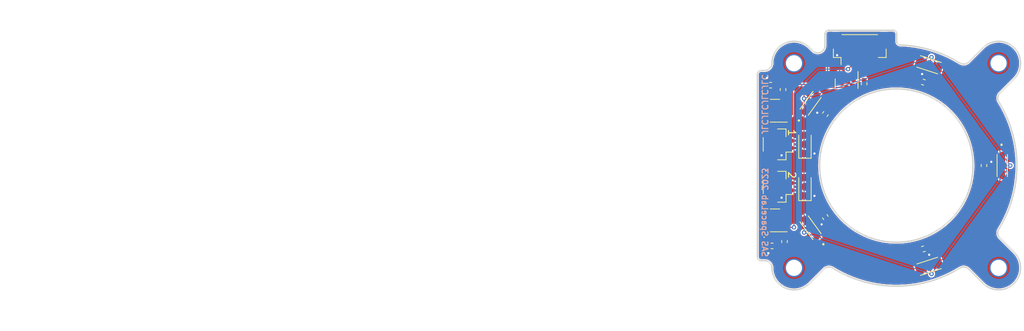
<source format=kicad_pcb>
(kicad_pcb (version 20221018) (generator pcbnew)
  (layers (0 "F.Cu" signal) (31 "B.Cu" signal) (34 "B.Paste" user) (35 "F.Paste" user) (36 "B.SilkS" user "B.Silkscreen") (37 "F.SilkS" user "F.Silkscreen") (38 "B.Mask" user) (39 "F.Mask" user) (44 "Edge.Cuts" user))
  (net 0 "")
  (net 1 "Net-(D1-Pad1)")
  (net 2 "Net-(D1-Pad2)")
  (net 3 "Net-(D2-Pad2)")
  (net 4 "+5V")
  (net 5 "Net-(D3-Pad2)")
  (net 6 "Net-(D4-Pad2)")
  (net 7 "Net-(D5-Pad2)")
  (net 8 "Net-(D6-Pad2)")
  (net 9 "Net-(D7-Pad2)")
  (net 10 "/PUMP2_ON")
  (net 11 "/PUMP1_ON")
  (net 12 "/LED_ON")
  (net 13 "GND")
  (net 14 "Net-(D8-Pad2)")
  (net 15 "Net-(D9-Pad2)")
  (footprint "Connector_JST:JST_SH_BM02B-SRSS-TB_1x02-1MP_P1.00mm_Vertical" (layer "F.Cu") (at -16.199999 2.899999 90)
    (fp_text reference "J3" hide)
    (fp_text value "Pump 2")
    (fp_line (start -2.11 -0.04) (end -2.11 1.11) (stroke (width 0.12)) (layer "F.SilkS"))
    (fp_line (start -2.11 1.11) (end -1.06 1.11) (stroke (width 0.12)) (layer "F.SilkS"))
    (fp_line (start -1.06 1.11) (end -1.06 2.1) (stroke (width 0.12)) (layer "F.SilkS"))
    (fp_line (start -0.94 -2.01) (end 0.94 -2.01) (stroke (width 0.12)) (layer "F.SilkS"))
    (fp_line (start 2.11 -0.04) (end 2.11 1.11) (stroke (width 0.12)) (layer "F.SilkS"))
    (fp_line (start 2.11 1.11) (end 1.06 1.11) (stroke (width 0.12)) (layer "F.SilkS"))
    (pad "1" smd roundrect (at -0.5 1.325 90) (size 0.6 1.55) (layers "F.Cu" "F.Paste" "F.Mask") (net 4 "+5V"))
    (pad "2" smd roundrect (at 0.5 1.325 90) (size 0.6 1.55) (layers "F.Cu" "F.Paste" "F.Mask") (net 9 "Net-(D7-Pad2)"))
    (pad "MP" smd roundrect (at -1.8 -1.2 90) (size 1.2 1.8) (layers "F.Cu" "F.Paste" "F.Mask") (roundrect_rratio 0.2083333333) (net 9 "Net-(D7-Pad2)"))
    (pad "MP" smd roundrect (at 1.8 -1.2 90) (size 1.2 1.8) (layers "F.Cu" "F.Paste" "F.Mask") (roundrect_rratio 0.2083333333) (net 9 "Net-(D7-Pad2)"))
  )
  (footprint "MountingHole:MountingHole_2.2mm_M2_DIN965_Pad_TopOnly" (layer "F.Cu") (at 14 -14.000001)
    (fp_text reference "H1" hide)
    (fp_text value "M2")
    (pad "1" thru_hole circle (at 0 0) (size 2.6 2.6) (drill 2.2) (layers "*.Cu" "*.Mask") (net 13 "GND"))
    (pad "1" connect circle (at 0 0) (size 3.8 3.8) (layers "F.Cu" "F.Mask") (net 13 "GND"))
  )
  (footprint "Resistor_SMD:R_0402_1005Metric" (layer "F.Cu") (at -9.708204 -7.053423 54)
    (fp_text reference "R3" hide)
    (fp_text value "180")
    (fp_line (start -0.153641 -0.38) (end 0.153641 -0.38) (stroke (width 0.12)) (layer "F.SilkS"))
    (fp_line (start -0.153641 0.38) (end 0.153641 0.38) (stroke (width 0.12)) (layer "F.SilkS"))
    (pad "1" smd roundrect (at -0.51 0 54) (size 0.54 0.64) (layers "F.Cu" "F.Paste" "F.Mask") (net 4 "+5V"))
    (pad "2" smd roundrect (at 0.51 0 54) (size 0.54 0.64) (layers "F.Cu" "F.Paste" "F.Mask") (net 3 "Net-(D2-Pad2)"))
  )
  (footprint "Resistor_SMD:R_0402_1005Metric" (layer "F.Cu") (at -15.5 -10.4 -90)
    (fp_text reference "R2" hide)
    (fp_text value "10K")
    (fp_line (start -0.153641 -0.38) (end 0.153641 -0.38) (stroke (width 0.12)) (layer "F.SilkS"))
    (fp_line (start -0.153641 0.38) (end 0.153641 0.38) (stroke (width 0.12)) (layer "F.SilkS"))
    (pad "1" smd roundrect (at -0.51 0 270) (size 0.54 0.64) (layers "F.Cu" "F.Paste" "F.Mask") (net 11 "/PUMP1_ON"))
    (pad "2" smd roundrect (at 0.51 0 270) (size 0.54 0.64) (layers "F.Cu" "F.Paste" "F.Mask") (net 13 "GND"))
  )
  (footprint "Package_TO_SOT_SMD:SOT-23" (layer "F.Cu") (at -6.8 -11.199998 -90)
    (fp_text reference "Q2" hide)
    (fp_text value "NX7002BKR")
    (fp_line (start 0 -1.56) (end -1.675 -1.56) (stroke (width 0.12)) (layer "F.SilkS"))
    (fp_line (start 0 -1.56) (end 0.65 -1.56) (stroke (width 0.12)) (layer "F.SilkS"))
    (fp_line (start 0 1.56) (end -0.65 1.56) (stroke (width 0.12)) (layer "F.SilkS"))
    (fp_line (start 0 1.56) (end 0.65 1.56) (stroke (width 0.12)) (layer "F.SilkS"))
    (pad "1" smd roundrect (at -0.9375 -0.95 270) (size 1.475 0.6) (layers "F.Cu" "F.Paste" "F.Mask") (net 12 "/LED_ON"))
    (pad "2" smd roundrect (at -0.9375 0.95 270) (size 1.475 0.6) (layers "F.Cu" "F.Paste" "F.Mask") (net 13 "GND"))
    (pad "3" smd roundrect (at 0.9375 0 270) (size 1.475 0.6) (layers "F.Cu" "F.Paste" "F.Mask") (net 1 "Net-(D1-Pad1)"))
  )
  (footprint "Package_TO_SOT_SMD:SOT-23" (layer "F.Cu") (at -16.6 7.499998 180)
    (fp_text reference "Q3" hide)
    (fp_text value "NX7002BKR")
    (fp_line (start 0 -1.56) (end -1.675 -1.56) (stroke (width 0.12)) (layer "F.SilkS"))
    (fp_line (start 0 -1.56) (end 0.65 -1.56) (stroke (width 0.12)) (layer "F.SilkS"))
    (fp_line (start 0 1.56) (end -0.65 1.56) (stroke (width 0.12)) (layer "F.SilkS"))
    (fp_line (start 0 1.56) (end 0.65 1.56) (stroke (width 0.12)) (layer "F.SilkS"))
    (pad "1" smd roundrect (at -0.9375 -0.95 180) (size 1.475 0.6) (layers "F.Cu" "F.Paste" "F.Mask") (net 10 "/PUMP2_ON"))
    (pad "2" smd roundrect (at -0.9375 0.95 180) (size 1.475 0.6) (layers "F.Cu" "F.Paste" "F.Mask") (net 13 "GND"))
    (pad "3" smd roundrect (at 0.9375 0 180) (size 1.475 0.6) (layers "F.Cu" "F.Paste" "F.Mask") (net 9 "Net-(D7-Pad2)"))
  )
  (footprint "Mouser Parts:158301250" (layer "F.Cu") (at -11.730746 -8.522886 -126)
    (fp_text reference "D2" hide)
    (fp_text value "158301250 " hide)
    (fp_line (start -1.5 -0.7) (end -1.5 -0.7) (stroke (width 0.1)) (layer "F.SilkS"))
    (fp_line (start -1.5 -0.7) (end 1.5 -0.7) (stroke (width 0.1)) (layer "F.SilkS"))
    (fp_line (start -1.5 0.7) (end -1.5 0.7) (stroke (width 0.1)) (layer "F.SilkS"))
    (fp_line (start -1.5 0.7) (end 1.5 0.7) (stroke (width 0.1)) (layer "F.SilkS"))
    (fp_line (start 1.5 -0.7) (end -1.5 -0.7) (stroke (width 0.1)) (layer "F.SilkS"))
    (fp_line (start 1.5 -0.7) (end 1.5 -0.7) (stroke (width 0.1)) (layer "F.SilkS"))
    (fp_line (start 1.5 0.7) (end -1.5 0.7) (stroke (width 0.1)) (layer "F.SilkS"))
    (fp_line (start 1.5 0.7) (end 1.5 0.7) (stroke (width 0.1)) (layer "F.SilkS"))
    (fp_line (start 2.8 -0.1) (end 2.8 -0.1) (stroke (width 0.2)) (layer "F.SilkS"))
    (fp_line (start 2.8 -0.1) (end 2.8 -0.1) (stroke (width 0.2)) (layer "F.SilkS"))
    (fp_line (start 2.9 -0.1) (end 2.9 -0.1) (stroke (width 0.2)) (layer "F.SilkS"))
    (fp_arc (start 2.8 -0.1) (mid 2.85 -0.15) (end 2.9 -0.1) (stroke (width 0.2)) (layer "F.SilkS"))
    (fp_arc (start 2.9 -0.1) (mid 2.85 -0.05) (end 2.8 -0.1) (stroke (width 0.2)) (layer "F.SilkS"))
    (fp_arc (start 2.9 -0.1) (mid 2.85 -0.05) (end 2.8 -0.1) (stroke (width 0.2)) (layer "F.SilkS"))
    (pad "1" smd rect (at 0.88 0 324) (size 0.8 2) (layers "F.Cu" "F.Paste" "F.Mask") (net 1 "Net-(D1-Pad1)"))
    (pad "2" smd rect (at -1.27 0 324) (size 0.8 1.2) (layers "F.Cu" "F.Paste" "F.Mask") (net 3 "Net-(D2-Pad2)"))
  )
  (footprint "Resistor_SMD:R_0402_1005Metric" (layer "F.Cu") (at 12.000001 0 -90)
    (fp_text reference "R1" hide)
    (fp_text value "180")
    (fp_line (start -0.153641 -0.38) (end 0.153641 -0.38) (stroke (width 0.12)) (layer "F.SilkS"))
    (fp_line (start -0.153641 0.38) (end 0.153641 0.38) (stroke (width 0.12)) (layer "F.SilkS"))
    (pad "1" smd roundrect (at -0.51 0 270) (size 0.54 0.64) (layers "F.Cu" "F.Paste" "F.Mask") (net 4 "+5V"))
    (pad "2" smd roundrect (at 0.51 0 270) (size 0.54 0.64) (layers "F.Cu" "F.Paste" "F.Mask") (net 2 "Net-(D1-Pad2)"))
  )
  (footprint "Diode_SMD:D_SOD-323_HandSoldering" (layer "F.Cu") (at -12.500001 2.9 90)
    (fp_text reference "D7" hide)
    (fp_text value "D_Small")
    (fp_line (start -1.9 -0.85) (end -1.9 0.85) (stroke (width 0.12)) (layer "F.SilkS"))
    (fp_line (start -1.9 -0.85) (end 1.25 -0.85) (stroke (width 0.12)) (layer "F.SilkS"))
    (fp_line (start -1.9 0.85) (end 1.25 0.85) (stroke (width 0.12)) (layer "F.SilkS"))
    (pad "1" smd rect (at -1.25 0 90) (size 1 1) (layers "F.Cu" "F.Paste" "F.Mask") (net 4 "+5V"))
    (pad "2" smd rect (at 1.25 0 90) (size 1 1) (layers "F.Cu" "F.Paste" "F.Mask") (net 9 "Net-(D7-Pad2)"))
  )
  (footprint "Resistor_SMD:R_0402_1005Metric" (layer "F.Cu") (at -17 11)
    (fp_text reference "R10" hide)
    (fp_text value "2k")
    (fp_line (start -0.153641 -0.38) (end 0.153641 -0.38) (stroke (width 0.12)) (layer "F.SilkS"))
    (fp_line (start -0.153641 0.38) (end 0.153641 0.38) (stroke (width 0.12)) (layer "F.SilkS"))
    (pad "1" smd roundrect (at -0.51 0) (size 0.54 0.64) (layers "F.Cu" "F.Paste" "F.Mask") (net 4 "+5V"))
    (pad "2" smd roundrect (at 0.51 0) (size 0.54 0.64) (layers "F.Cu" "F.Paste" "F.Mask") (net 15 "Net-(D9-Pad2)"))
  )
  (footprint "LED_SMD:LED_0402_1005Metric" (layer "F.Cu") (at -17.2 -9.800001)
    (fp_text reference "D8" hide)
    (fp_text value "Debug")
    (fp_circle (center -1.09 0) (end -1.04 0) (stroke (width 0.1)) (fill none) (layer "F.SilkS"))
    (pad "1" smd roundrect (at -0.485 0) (size 0.59 0.64) (layers "F.Cu" "F.Paste" "F.Mask") (net 5 "Net-(D3-Pad2)"))
    (pad "2" smd roundrect (at 0.485 0) (size 0.59 0.64) (layers "F.Cu" "F.Paste" "F.Mask") (net 14 "Net-(D8-Pad2)"))
  )
  (footprint "Diode_SMD:D_SOD-323_HandSoldering" (layer "F.Cu") (at -12.5 -2.900001 90)
    (fp_text reference "D3" hide)
    (fp_text value "D_Small")
    (fp_line (start -1.9 -0.85) (end -1.9 0.85) (stroke (width 0.12)) (layer "F.SilkS"))
    (fp_line (start -1.9 -0.85) (end 1.25 -0.85) (stroke (width 0.12)) (layer "F.SilkS"))
    (fp_line (start -1.9 0.85) (end 1.25 0.85) (stroke (width 0.12)) (layer "F.SilkS"))
    (pad "1" smd rect (at -1.25 0 90) (size 1 1) (layers "F.Cu" "F.Paste" "F.Mask") (net 4 "+5V"))
    (pad "2" smd rect (at 1.25 0 90) (size 1 1) (layers "F.Cu" "F.Paste" "F.Mask") (net 5 "Net-(D3-Pad2)"))
  )
  (footprint "Resistor_SMD:R_0402_1005Metric" (layer "F.Cu") (at -17.200001 -11)
    (fp_text reference "R9" hide)
    (fp_text value "2k")
    (fp_line (start -0.153641 -0.38) (end 0.153641 -0.38) (stroke (width 0.12)) (layer "F.SilkS"))
    (fp_line (start -0.153641 0.38) (end 0.153641 0.38) (stroke (width 0.12)) (layer "F.SilkS"))
    (pad "1" smd roundrect (at -0.51 0) (size 0.54 0.64) (layers "F.Cu" "F.Paste" "F.Mask") (net 4 "+5V"))
    (pad "2" smd roundrect (at 0.51 0) (size 0.54 0.64) (layers "F.Cu" "F.Paste" "F.Mask") (net 14 "Net-(D8-Pad2)"))
  )
  (footprint "Connector_JST:JST_SH_BM05B-SRSS-TB_1x05-1MP_P1.00mm_Vertical" (layer "F.Cu") (at -5.000002 -15.900002)
    (fp_text reference "J1" hide)
    (fp_text value "MicroLab")
    (fp_line (start -3.61 -0.04) (end -3.61 1.11) (stroke (width 0.12)) (layer "F.SilkS"))
    (fp_line (start -3.61 1.11) (end -2.56 1.11) (stroke (width 0.12)) (layer "F.SilkS"))
    (fp_line (start -2.56 1.11) (end -2.56 2.1) (stroke (width 0.12)) (layer "F.SilkS"))
    (fp_line (start -2.44 -2.01) (end 2.44 -2.01) (stroke (width 0.12)) (layer "F.SilkS"))
    (fp_line (start 3.61 -0.04) (end 3.61 1.11) (stroke (width 0.12)) (layer "F.SilkS"))
    (fp_line (start 3.61 1.11) (end 2.56 1.11) (stroke (width 0.12)) (layer "F.SilkS"))
    (pad "1" smd roundrect (at -2 1.325) (size 0.6 1.55) (layers "F.Cu" "F.Paste" "F.Mask") (net 4 "+5V"))
    (pad "2" smd roundrect (at -1 1.325) (size 0.6 1.55) (layers "F.Cu" "F.Paste" "F.Mask") (net 10 "/PUMP2_ON"))
    (pad "3" smd roundrect (at 0 1.325) (size 0.6 1.55) (layers "F.Cu" "F.Paste" "F.Mask") (net 11 "/PUMP1_ON"))
    (pad "4" smd roundrect (at 1 1.325) (size 0.6 1.55) (layers "F.Cu" "F.Paste" "F.Mask") (net 12 "/LED_ON"))
    (pad "5" smd roundrect (at 2 1.325) (size 0.6 1.55) (layers "F.Cu" "F.Paste" "F.Mask") (net 13 "GND"))
    (pad "MP" smd roundrect (at -3.3 -1.2) (size 1.2 1.8) (layers "F.Cu" "F.Paste" "F.Mask") (roundrect_rratio 0.2083333333) (net 13 "GND"))
    (pad "MP" smd roundrect (at 3.3 -1.2) (size 1.2 1.8) (layers "F.Cu" "F.Paste" "F.Mask") (roundrect_rratio 0.2083333333) (net 13 "GND"))
  )
  (footprint "LED_SMD:LED_0402_1005Metric" (layer "F.Cu") (at -16.999999 9.800001)
    (fp_text reference "D9" hide)
    (fp_text value "Debug")
    (fp_circle (center -1.09 0) (end -1.04 0) (stroke (width 0.1)) (fill none) (layer "F.SilkS"))
    (pad "1" smd roundrect (at -0.485 0) (size 0.59 0.64) (layers "F.Cu" "F.Paste" "F.Mask") (net 9 "Net-(D7-Pad2)"))
    (pad "2" smd roundrect (at 0.485 0) (size 0.59 0.64) (layers "F.Cu" "F.Paste" "F.Mask") (net 15 "Net-(D9-Pad2)"))
  )
  (footprint "MountingHole:MountingHole_2.2mm_M2_DIN965_Pad_TopOnly" (layer "F.Cu") (at -14 14.000001)
    (fp_text reference "H3" hide)
    (fp_text value "M2")
    (pad "1" thru_hole circle (at 0 0) (size 2.6 2.6) (drill 2.2) (layers "*.Cu" "*.Mask") (net 13 "GND"))
    (pad "1" connect circle (at 0 0) (size 3.8 3.8) (layers "F.Cu" "F.Mask") (net 13 "GND"))
  )
  (footprint "Resistor_SMD:R_0402_1005Metric" (layer "F.Cu") (at -9.708204 7.053423 126)
    (fp_text reference "R4" hide)
    (fp_text value "180")
    (fp_line (start -0.153641 -0.38) (end 0.153641 -0.38) (stroke (width 0.12)) (layer "F.SilkS"))
    (fp_line (start -0.153641 0.38) (end 0.153641 0.38) (stroke (width 0.12)) (layer "F.SilkS"))
    (pad "1" smd roundrect (at -0.51 0 126) (size 0.54 0.64) (layers "F.Cu" "F.Paste" "F.Mask") (net 4 "+5V"))
    (pad "2" smd roundrect (at 0.51 0 126) (size 0.54 0.64) (layers "F.Cu" "F.Paste" "F.Mask") (net 6 "Net-(D4-Pad2)"))
  )
  (footprint "Mouser Parts:LTST-M140TBKT" (layer "F.Cu") (at 4.480746 13.790319 -162)
    (fp_text reference "D6" hide)
    (fp_text value "LTST-M140TBKT")
    (fp_line (start -1.5 -0.82) (end 1.5 -0.82) (stroke (width 0.12)) (layer "F.SilkS"))
    (fp_line (start -1.5 0.82) (end 1.5 0.82) (stroke (width 0.12)) (layer "F.SilkS"))
    (pad "1" smd rect (at -1.175 0 198) (size 1.35 1.25) (layers "F.Cu" "F.Paste" "F.Mask") (net 1 "Net-(D1-Pad1)"))
    (pad "2" smd rect (at 1.175 0 198) (size 1.35 1.25) (layers "F.Cu" "F.Paste" "F.Mask") (net 8 "Net-(D6-Pad2)"))
  )
  (footprint "Resistor_SMD:R_0402_1005Metric" (layer "F.Cu") (at 3.708204 -11.412678 -18)
    (fp_text reference "R5" hide)
    (fp_text value "240")
    (fp_line (start -0.153641 -0.38) (end 0.153641 -0.38) (stroke (width 0.12)) (layer "F.SilkS"))
    (fp_line (start -0.153641 0.38) (end 0.153641 0.38) (stroke (width 0.12)) (layer "F.SilkS"))
    (pad "1" smd roundrect (at -0.51 0 342) (size 0.54 0.64) (layers "F.Cu" "F.Paste" "F.Mask") (net 4 "+5V"))
    (pad "2" smd roundrect (at 0.51 0 342) (size 0.54 0.64) (layers "F.Cu" "F.Paste" "F.Mask") (net 7 "Net-(D5-Pad2)"))
  )
  (footprint "MountingHole:MountingHole_2.2mm_M2_DIN965_Pad_TopOnly" (layer "F.Cu") (at -14.000001 -14)
    (fp_text reference "H4" hide)
    (fp_text value "M2")
    (pad "1" thru_hole circle (at 0 0) (size 2.6 2.6) (drill 2.2) (layers "*.Cu" "*.Mask") (net 13 "GND"))
    (pad "1" connect circle (at 0 0) (size 3.8 3.8) (layers "F.Cu" "F.Mask") (net 13 "GND"))
  )
  (footprint "Mouser Parts:158301250" (layer "F.Cu") (at -11.730746 8.522886 -54)
    (fp_text reference "D4" hide)
    (fp_text value "158301250 " hide)
    (fp_line (start -1.5 -0.7) (end -1.5 -0.7) (stroke (width 0.1)) (layer "F.SilkS"))
    (fp_line (start -1.5 -0.7) (end 1.5 -0.7) (stroke (width 0.1)) (layer "F.SilkS"))
    (fp_line (start -1.5 0.7) (end -1.5 0.7) (stroke (width 0.1)) (layer "F.SilkS"))
    (fp_line (start -1.5 0.7) (end 1.5 0.7) (stroke (width 0.1)) (layer "F.SilkS"))
    (fp_line (start 1.5 -0.7) (end -1.5 -0.7) (stroke (width 0.1)) (layer "F.SilkS"))
    (fp_line (start 1.5 -0.7) (end 1.5 -0.7) (stroke (width 0.1)) (layer "F.SilkS"))
    (fp_line (start 1.5 0.7) (end -1.5 0.7) (stroke (width 0.1)) (layer "F.SilkS"))
    (fp_line (start 1.5 0.7) (end 1.5 0.7) (stroke (width 0.1)) (layer "F.SilkS"))
    (fp_line (start 2.8 -0.1) (end 2.8 -0.1) (stroke (width 0.2)) (layer "F.SilkS"))
    (fp_line (start 2.8 -0.1) (end 2.8 -0.1) (stroke (width 0.2)) (layer "F.SilkS"))
    (fp_line (start 2.9 -0.1) (end 2.9 -0.1) (stroke (width 0.2)) (layer "F.SilkS"))
    (fp_arc (start 2.8 -0.1) (mid 2.85 -0.15) (end 2.9 -0.1) (stroke (width 0.2)) (layer "F.SilkS"))
    (fp_arc (start 2.9 -0.1) (mid 2.85 -0.05) (end 2.8 -0.1) (stroke (width 0.2)) (layer "F.SilkS"))
    (fp_arc (start 2.9 -0.1) (mid 2.85 -0.05) (end 2.8 -0.1) (stroke (width 0.2)) (layer "F.SilkS"))
    (pad "1" smd rect (at 0.88 0 36) (size 0.8 2) (layers "F.Cu" "F.Paste" "F.Mask") (net 1 "Net-(D1-Pad1)"))
    (pad "2" smd rect (at -1.27 0 36) (size 0.8 1.2) (layers "F.Cu" "F.Paste" "F.Mask") (net 6 "Net-(D4-Pad2)"))
  )
  (footprint "Mouser Parts:158301250" (layer "F.Cu") (at 14.5 0 90)
    (fp_text reference "D1" hide)
    (fp_text value "158301250 " hide)
    (fp_line (start -1.5 -0.7) (end -1.5 -0.7) (stroke (width 0.1)) (layer "F.SilkS"))
    (fp_line (start -1.5 -0.7) (end 1.5 -0.7) (stroke (width 0.1)) (layer "F.SilkS"))
    (fp_line (start -1.5 0.7) (end -1.5 0.7) (stroke (width 0.1)) (layer "F.SilkS"))
    (fp_line (start -1.5 0.7) (end 1.5 0.7) (stroke (width 0.1)) (layer "F.SilkS"))
    (fp_line (start 1.5 -0.7) (end -1.5 -0.7) (stroke (width 0.1)) (layer "F.SilkS"))
    (fp_line (start 1.5 -0.7) (end 1.5 -0.7) (stroke (width 0.1)) (layer "F.SilkS"))
    (fp_line (start 1.5 0.7) (end -1.5 0.7) (stroke (width 0.1)) (layer "F.SilkS"))
    (fp_line (start 1.5 0.7) (end 1.5 0.7) (stroke (width 0.1)) (layer "F.SilkS"))
    (fp_line (start 2.8 -0.1) (end 2.8 -0.1) (stroke (width 0.2)) (layer "F.SilkS"))
    (fp_line (start 2.8 -0.1) (end 2.8 -0.1) (stroke (width 0.2)) (layer "F.SilkS"))
    (fp_line (start 2.9 -0.1) (end 2.9 -0.1) (stroke (width 0.2)) (layer "F.SilkS"))
    (fp_arc (start 2.8 -0.1) (mid 2.85 -0.15) (end 2.9 -0.1) (stroke (width 0.2)) (layer "F.SilkS"))
    (fp_arc (start 2.9 -0.1) (mid 2.85 -0.05) (end 2.8 -0.1) (stroke (width 0.2)) (layer "F.SilkS"))
    (fp_arc (start 2.9 -0.1) (mid 2.85 -0.05) (end 2.8 -0.1) (stroke (width 0.2)) (layer "F.SilkS"))
    (pad "1" smd rect (at 0.88 0 180) (size 0.8 2) (layers "F.Cu" "F.Paste" "F.Mask") (net 1 "Net-(D1-Pad1)"))
    (pad "2" smd rect (at -1.27 0 180) (size 0.8 1.2) (layers "F.Cu" "F.Paste" "F.Mask") (net 2 "Net-(D1-Pad2)"))
  )
  (footprint "Package_TO_SOT_SMD:SOT-23" (layer "F.Cu") (at -16.6 -7.5 180)
    (fp_text reference "Q1" hide)
    (fp_text value "NX7002BKR")
    (fp_line (start 0 -1.56) (end -1.675 -1.56) (stroke (width 0.12)) (layer "F.SilkS"))
    (fp_line (start 0 -1.56) (end 0.65 -1.56) (stroke (width 0.12)) (layer "F.SilkS"))
    (fp_line (start 0 1.56) (end -0.65 1.56) (stroke (width 0.12)) (layer "F.SilkS"))
    (fp_line (start 0 1.56) (end 0.65 1.56) (stroke (width 0.12)) (layer "F.SilkS"))
    (pad "1" smd roundrect (at -0.9375 -0.95 180) (size 1.475 0.6) (layers "F.Cu" "F.Paste" "F.Mask") (net 11 "/PUMP1_ON"))
    (pad "2" smd roundrect (at -0.9375 0.95 180) (size 1.475 0.6) (layers "F.Cu" "F.Paste" "F.Mask") (net 13 "GND"))
    (pad "3" smd roundrect (at 0.9375 0 180) (size 1.475 0.6) (layers "F.Cu" "F.Paste" "F.Mask") (net 5 "Net-(D3-Pad2)"))
  )
  (footprint "Resistor_SMD:R_0402_1005Metric" (layer "F.Cu") (at 3.708204 11.412678 -162)
    (fp_text reference "R8" hide)
    (fp_text value "240")
    (fp_line (start -0.153641 -0.38) (end 0.153641 -0.38) (stroke (width 0.12)) (layer "F.SilkS"))
    (fp_line (start -0.153641 0.38) (end 0.153641 0.38) (stroke (width 0.12)) (layer "F.SilkS"))
    (pad "1" smd roundrect (at -0.51 0 198) (size 0.54 0.64) (layers "F.Cu" "F.Paste" "F.Mask") (net 4 "+5V"))
    (pad "2" smd roundrect (at 0.51 0 198) (size 0.54 0.64) (layers "F.Cu" "F.Paste" "F.Mask") (net 8 "Net-(D6-Pad2)"))
  )
  (footprint "Connector_JST:JST_SH_BM02B-SRSS-TB_1x02-1MP_P1.00mm_Vertical" (layer "F.Cu") (at -16.199999 -2.900001 90)
    (fp_text reference "J2" hide)
    (fp_text value "Pump 1")
    (fp_line (start -2.11 -0.04) (end -2.11 1.11) (stroke (width 0.12)) (layer "F.SilkS"))
    (fp_line (start -2.11 1.11) (end -1.06 1.11) (stroke (width 0.12)) (layer "F.SilkS"))
    (fp_line (start -1.06 1.11) (end -1.06 2.1) (stroke (width 0.12)) (layer "F.SilkS"))
    (fp_line (start -0.94 -2.01) (end 0.94 -2.01) (stroke (width 0.12)) (layer "F.SilkS"))
    (fp_line (start 2.11 -0.04) (end 2.11 1.11) (stroke (width 0.12)) (layer "F.SilkS"))
    (fp_line (start 2.11 1.11) (end 1.06 1.11) (stroke (width 0.12)) (layer "F.SilkS"))
    (pad "1" smd roundrect (at -0.5 1.325 90) (size 0.6 1.55) (layers "F.Cu" "F.Paste" "F.Mask") (net 4 "+5V"))
    (pad "2" smd roundrect (at 0.5 1.325 90) (size 0.6 1.55) (layers "F.Cu" "F.Paste" "F.Mask") (net 5 "Net-(D3-Pad2)"))
    (pad "MP" smd roundrect (at -1.8 -1.2 90) (size 1.2 1.8) (layers "F.Cu" "F.Paste" "F.Mask") (roundrect_rratio 0.2083333333) (net 5 "Net-(D3-Pad2)"))
    (pad "MP" smd roundrect (at 1.8 -1.2 90) (size 1.2 1.8) (layers "F.Cu" "F.Paste" "F.Mask") (roundrect_rratio 0.2083333333) (net 5 "Net-(D3-Pad2)"))
  )
  (footprint "Mouser Parts:LTST-M140TBKT" (layer "F.Cu") (at 4.480746 -13.790319 -18)
    (fp_text reference "D5" hide)
    (fp_text value "LTST-M140TBKT")
    (fp_line (start -1.5 -0.82) (end 1.5 -0.82) (stroke (width 0.12)) (layer "F.SilkS"))
    (fp_line (start -1.5 0.82) (end 1.5 0.82) (stroke (width 0.12)) (layer "F.SilkS"))
    (pad "1" smd rect (at -1.175 0 342) (size 1.35 1.25) (layers "F.Cu" "F.Paste" "F.Mask") (net 1 "Net-(D1-Pad1)"))
    (pad "2" smd rect (at 1.175 0 342) (size 1.35 1.25) (layers "F.Cu" "F.Paste" "F.Mask") (net 7 "Net-(D5-Pad2)"))
  )
  (footprint "Resistor_SMD:R_0402_1005Metric" (layer "F.Cu") (at -4.400001 -11.2 -90)
    (fp_text reference "R6" hide)
    (fp_text value "10K")
    (fp_line (start -0.153641 -0.38) (end 0.153641 -0.38) (stroke (width 0.12)) (layer "F.SilkS"))
    (fp_line (start -0.153641 0.38) (end 0.153641 0.38) (stroke (width 0.12)) (layer "F.SilkS"))
    (pad "1" smd roundrect (at -0.51 0 270) (size 0.54 0.64) (layers "F.Cu" "F.Paste" "F.Mask") (net 12 "/LED_ON"))
    (pad "2" smd roundrect (at 0.51 0 270) (size 0.54 0.64) (layers "F.Cu" "F.Paste" "F.Mask") (net 13 "GND"))
  )
  (footprint "Resistor_SMD:R_0402_1005Metric" (layer "F.Cu") (at -15.300001 10.4 -90)
    (fp_text reference "R7" hide)
    (fp_text value "10K")
    (fp_line (start -0.153641 -0.38) (end 0.153641 -0.38) (stroke (width 0.12)) (layer "F.SilkS"))
    (fp_line (start -0.153641 0.38) (end 0.153641 0.38) (stroke (width 0.12)) (layer "F.SilkS"))
    (pad "1" smd roundrect (at -0.51 0 270) (size 0.54 0.64) (layers "F.Cu" "F.Paste" "F.Mask") (net 10 "/PUMP2_ON"))
    (pad "2" smd roundrect (at 0.51 0 270) (size 0.54 0.64) (layers "F.Cu" "F.Paste" "F.Mask") (net 13 "GND"))
  )
  (footprint "MountingHole:MountingHole_2.2mm_M2_DIN965_Pad_TopOnly" (layer "F.Cu") (at 14.000001 14)
    (fp_text reference "H2" hide)
    (fp_text value "M2")
    (pad "1" thru_hole circle (at 0 0) (size 2.6 2.6) (drill 2.2) (layers "*.Cu" "*.Mask") (net 13 "GND"))
    (pad "1" connect circle (at 0 0) (size 3.8 3.8) (layers "F.Cu" "F.Mask") (net 13 "GND"))
  )
  (gr_arc (start 14.0252 -8.691593) (mid 16.500001 0) (end 14.025199 8.691593) (stroke (width 0.2)) (layer "Edge.Cuts"))
  (gr_arc (start -18 13) (mid -17.292893 13.292893) (end -16.999999 14) (stroke (width 0.2)) (layer "Edge.Cuts"))
  (gr_arc (start -18.5 13) (mid -18.853553 12.853553) (end -19 12.500001) (stroke (width 0.2)) (layer "Edge.Cuts"))
  (gr_line (start -19 -12.5) (end -19 12.500001) (stroke (width 0.2)) (layer "Edge.Cuts"))
  (gr_line (start 9.925463 14.168104) (end 11.87868 16.12132) (stroke (width 0.2)) (layer "Edge.Cuts"))
  (gr_line (start -11.457108 -15.699747) (end -11.87868 -16.12132) (stroke (width 0.2)) (layer "Edge.Cuts"))
  (gr_line (start -9.75 -18) (end -9.75 -16.406854) (stroke (width 0.2)) (layer "Edge.Cuts"))
  (gr_arc (start -9.75 -18) (mid -9.603553 -18.353553) (end -9.25 -18.5) (stroke (width 0.2)) (layer "Edge.Cuts"))
  (gr_arc (start -17 -14) (mid -15.148051 -16.771639) (end -11.87868 -16.12132) (stroke (width 0.2)) (layer "Edge.Cuts"))
  (gr_arc (start 0.533824 -16.491362) (mid 0.19077 -16.643312) (end 0.05 -16.991101) (stroke (width 0.2)) (layer "Edge.Cuts"))
  (gr_line (start -11.87868 16.12132) (end -9.925463 14.168104) (stroke (width 0.2)) (layer "Edge.Cuts"))
  (gr_arc (start 11.87868 -16.12132) (mid 16.12132 -16.12132) (end 16.12132 -11.87868) (stroke (width 0.2)) (layer "Edge.Cuts"))
  (gr_arc (start 9.925463 -14.168104) (mid 9.333406 -13.88185) (end 8.691593 -14.025199) (stroke (width 0.2)) (layer "Edge.Cuts"))
  (gr_arc (start -0.45 -18.5) (mid -0.09645 -18.353552) (end 0.049999 -18) (stroke (width 0.2)) (layer "Edge.Cuts"))
  (gr_line (start -0.45 -18.5) (end -9.25 -18.5) (stroke (width 0.2)) (layer "Edge.Cuts"))
  (gr_arc (start -11.87868 16.12132) (mid -15.148051 16.771639) (end -16.999999 14) (stroke (width 0.2)) (layer "Edge.Cuts"))
  (gr_arc (start 0.533824 -16.491362) (mid 4.774681 -15.794064) (end 8.691593 -14.025199) (stroke (width 0.2)) (layer "Edge.Cuts"))
  (gr_arc (start -9.75 -16.406854) (mid -10.367317 -15.482974) (end -11.457108 -15.699747) (stroke (width 0.2)) (layer "Edge.Cuts"))
  (gr_line (start 16.12132 11.87868) (end 14.168104 9.925463) (stroke (width 0.2)) (layer "Edge.Cuts"))
  (gr_arc (start -9.925463 14.168104) (mid -9.333406 13.881852) (end -8.691593 14.025199) (stroke (width 0.2)) (layer "Edge.Cuts"))
  (gr_arc (start 14.168104 9.925463) (mid 13.881855 9.333406) (end 14.025199 8.691593) (stroke (width 0.2)) (layer "Edge.Cuts"))
  (gr_arc (start -17 -14) (mid -17.292893 -13.292893) (end -18 -12.999999) (stroke (width 0.2)) (layer "Edge.Cuts"))
  (gr_line (start -18 -12.999999) (end -18.5 -13) (stroke (width 0.2)) (layer "Edge.Cuts"))
  (gr_arc (start 8.691593 14.0252) (mid 0 16.500001) (end -8.691593 14.025199) (stroke (width 0.2)) (layer "Edge.Cuts"))
  (gr_line (start -18.5 13) (end -18 13) (stroke (width 0.2)) (layer "Edge.Cuts"))
  (gr_arc (start 16.12132 11.87868) (mid 16.12132 16.12132) (end 11.87868 16.12132) (stroke (width 0.2)) (layer "Edge.Cuts"))
  (gr_line (start 0.05 -16.991101) (end 0.049999 -18) (stroke (width 0.2)) (layer "Edge.Cuts"))
  (gr_line (start 11.87868 -16.12132) (end 9.925463 -14.168104) (stroke (width 0.2)) (layer "Edge.Cuts"))
  (gr_circle (center 0 0) (end 10.5 0) (stroke (width 0.2)) (fill none) (layer "Edge.Cuts"))
  (gr_arc (start 8.691593 14.0252) (mid 9.333405 13.881853) (end 9.925463 14.168104) (stroke (width 0.2)) (layer "Edge.Cuts"))
  (gr_line (start 14.168104 -9.925463) (end 16.12132 -11.87868) (stroke (width 0.2)) (layer "Edge.Cuts"))
  (gr_arc (start 14.0252 -8.691593) (mid 13.88185 -9.333407) (end 14.168104 -9.925463) (stroke (width 0.2)) (layer "Edge.Cuts"))
  (gr_arc (start -19 -12.5) (mid -18.853553 -12.853553) (end -18.5 -13) (stroke (width 0.2)) (layer "Edge.Cuts"))
  (gr_text "JLCJLCJLCJLC" (at -18 -12.6 270) (layer "B.SilkS") (effects (font (size 0.8 0.8)) (justify right mirror)))
  (gr_text "SAS SpaceLab 2023" (at -18 12.6 270) (layer "B.SilkS") (effects (font (size 0.8 0.8)) (justify left mirror)))
  (gr_text "2" (at -14.3 1.3 270) (layer "F.SilkS") (effects (font (size 1 1))))
  (gr_text "1" (at -14.3 -4.5 270) (layer "F.SilkS") (effects (font (size 1 1))))
  (segment (start -12.425981 -7.940264) (end -12.620665 -9.16945) (width 0.13) (layer "F.Cu") (net 1))
  (segment (start -12.620665 -10.279335) (end -12.620665 -9.16945) (width 0.13) (layer "F.Cu") (net 1))
  (segment (start 4.38564 -13.821221) (end 3.363254 -14.153414) (width 0.13) (layer "F.Cu") (net 1))
  (segment (start 4.511648 -13.885425) (end 4.38564 -13.821221) (width 0.13) (layer "F.Cu") (net 1))
  (segment (start -6.9 -10.7) (end -12.2 -10.7) (width 0.13) (layer "F.Cu") (net 1))
  (segment (start 4.54255 13.980531) (end 4.670958 13.728515) (width 0.13) (layer "F.Cu") (net 1))
  (segment (start 14.5 -0.3) (end 14.800001 0) (width 0.13) (layer "F.Cu") (net 1))
  (segment (start 4.820665 -14.836482) (end 4.511648 -13.885425) (width 0.13) (layer "F.Cu") (net 1))
  (segment (start 14.800001 0) (end 15.6 0) (width 0.13) (layer "F.Cu") (net 1))
  (segment (start -6.8 -10.262498) (end -6.8 -10.6) (width 0.13) (layer "F.Cu") (net 1))
  (segment (start -12.2 -10.7) (end -12.620665 -10.279335) (width 0.13) (layer "F.Cu") (net 1))
  (segment (start -6.8 -10.6) (end -6.9 -10.7) (width 0.13) (layer "F.Cu") (net 1))
  (segment (start -11.213495 9.234821) (end -11.613189 8.684689) (width 0.13) (layer "F.Cu") (net 1))
  (segment (start 4.820665 14.836482) (end 4.54255 13.980531) (width 0.13) (layer "F.Cu") (net 1))
  (segment (start 14.5 -0.88) (end 14.5 -0.3) (width 0.13) (layer "F.Cu") (net 1))
  (segment (start 4.670958 13.728515) (end 5.598238 13.427224) (width 0.13) (layer "F.Cu") (net 1))
  (segment (start -11.613189 8.684689) (end -11.89255 8.640443) (width 0.13) (layer "F.Cu") (net 1))
  (segment (start -11.89255 8.640443) (end -12.620665 9.16945) (width 0.13) (layer "F.Cu") (net 1))
  (segment (start -12.247997 -7.810951) (end -12.425981 -7.940264) (width 0.13) (layer "F.Cu") (net 1))
  (via (at 15.6 0) (size 0.6) (drill 0.3) (layers "F.Cu" "B.Cu") (net 1))
  (via (at -12.620665 -9.16945) (size 0.6) (drill 0.3) (layers "F.Cu" "B.Cu") (net 1))
  (via (at -12.620665 9.16945) (size 0.6) (drill 0.3) (layers "F.Cu" "B.Cu") (net 1))
  (via (at 4.820665 -14.836482) (size 0.6) (drill 0.3) (layers "F.Cu" "B.Cu") (net 1))
  (via (at 4.820665 14.836482) (size 0.6) (drill 0.3) (layers "F.Cu" "B.Cu") (net 1))
  (segment (start 4.820665 -14.836482) (end 15.6 0) (width 0.13) (layer "B.Cu") (net 1))
  (segment (start 15.6 0) (end 4.820665 14.836482) (width 0.13) (layer "B.Cu") (net 1))
  (segment (start 4.820665 14.836482) (end -12.620665 9.16945) (width 0.13) (layer "B.Cu") (net 1))
  (segment (start -12.620665 -9.16945) (end 4.820665 -14.836482) (width 0.13) (layer "B.Cu") (net 1))
  (segment (start -12.620665 9.16945) (end -12.620665 -9.16945) (width 0.13) (layer "B.Cu") (net 1))
  (segment (start 13 0.5) (end 12.009999 0.499999) (width 0.13) (layer "F.Cu") (net 2))
  (segment (start 13.770001 1.27) (end 13 0.5) (width 0.13) (layer "F.Cu") (net 2))
  (segment (start 12.009999 0.499999) (end 12.000001 0.510001) (width 0.13) (layer "F.Cu") (net 2))
  (segment (start 14.5 1.27) (end 13.770001 1.27) (width 0.13) (layer "F.Cu") (net 2))
  (segment (start -10.393677 -9.121255) (end -10.223328 -8.045716) (width 0.13) (layer "F.Cu") (net 3))
  (segment (start -9.422401 -7.463809) (end -9.408433 -7.466022) (width 0.13) (layer "F.Cu") (net 3))
  (segment (start -10.223328 -8.045716) (end -9.422401 -7.463809) (width 0.13) (layer "F.Cu") (net 3))
  (segment (start -10.984261 -9.550338) (end -10.393677 -9.121255) (width 0.13) (layer "F.Cu") (net 3))
  (segment (start -15.075 3.4) (end -13.250001 3.4) (width 0.3) (layer "F.Cu") (net 4))
  (segment (start -13.250001 3.4) (end -12.500001 4.15) (width 0.3) (layer "F.Cu") (net 4))
  (segment (start -17.71 -11.99) (end -17.699998 -11.999999) (width 0.13) (layer "F.Cu") (net 4))
  (segment (start -9.408434 7.466022) (end -10.21745 8.053807) (width 0.13) (layer "F.Cu") (net 4))
  (segment (start -17.51 11.989999) (end -17.5 12) (width 0.13) (layer "F.Cu") (net 4))
  (segment (start -10.007975 -6.640825) (end -10.816991 -7.228609) (width 0.13) (layer "F.Cu") (net 4))
  (segment (start -15.074999 -2.400001) (end -13.250001 -2.4) (width 0.3) (layer "F.Cu") (net 4))
  (segment (start -15.2 4.4) (end -15.7 4.4) (width 0.3) (layer "F.Cu") (net 4))
  (segment (start -11.2 -1.650001) (end -12.5 -1.650002) (width 0.3) (layer "F.Cu") (net 4))
  (segment (start -17.51 11) (end -17.51 11.989999) (width 0.13) (layer "F.Cu") (net 4))
  (segment (start -12.500001 4.15) (end -11.2 4.15) (width 0.3) (layer "F.Cu") (net 4))
  (segment (start -13.250001 -2.4) (end -12.500002 -1.650001) (width 0.3) (layer "F.Cu") (net 4))
  (segment (start -17.71 -11) (end -17.71 -11.99) (width 0.13) (layer "F.Cu") (net 4))
  (segment (start -14.874999 4.074998) (end -15.2 4.4) (width 0.3) (layer "F.Cu") (net 4))
  (segment (start 12.000002 -0.51) (end 13.000001 -0.51) (width 0.13) (layer "F.Cu") (net 4))
  (segment (start -15.699999 -1.4) (end -15.2 -1.4) (width 0.3) (layer "F.Cu") (net 4))
  (segment (start -15.2 -1.4) (end -14.874999 -1.725001) (width 0.3) (layer "F.Cu") (net 4))
  (segment (start -7.099999 -15.099999) (end -8.1 -15.1) (width 0.3) (layer "F.Cu") (net 4))
  (segment (start 4.193243 11.25508) (end 4.50226 12.206136) (width 0.13) (layer "F.Cu") (net 4))
  (segment (start -14.874999 -1.725001) (end -14.874999 -2.400001) (width 0.3) (layer "F.Cu") (net 4))
  (segment (start 3.223166 -11.570278) (end 3.532182 -12.521333) (width 0.13) (layer "F.Cu") (net 4))
  (segment (start -14.874999 3.399999) (end -14.874999 4.074998) (width 0.3) (layer "F.Cu") (net 4))
  (via (at -10.816991 -7.228609) (size 0.6) (drill 0.3) (layers "F.Cu" "B.Cu") (net 4))
  (via (at -11.2 4.15) (size 0.6) (drill 0.3) (layers "F.Cu" "B.Cu") (net 4))
  (via (at 4.50226 12.206136) (size 0.6) (drill 0.3) (layers "F.Cu" "B.Cu") (net 4))
  (via (at -17.699998 -11.999999) (size 0.6) (drill 0.3) (layers "F.Cu" "B.Cu") (net 4))
  (via (at -17.5 12) (size 0.6) (drill 0.3) (layers "F.Cu" "B.Cu") (net 4))
  (via (at 3.532182 -12.521333) (size 0.6) (drill 0.3) (layers "F.Cu" "B.Cu") (net 4))
  (via (at -11.2 -1.650001) (size 0.6) (drill 0.3) (layers "F.Cu" "B.Cu") (net 4))
  (via (at -15.699999 -1.4) (size 0.6) (drill 0.3) (layers "F.Cu" "B.Cu") (net 4))
  (via (at -8.1 -15.1) (size 0.6) (drill 0.3) (layers "F.Cu" "B.Cu") (net 4))
  (via (at -15.7 4.4) (size 0.6) (drill 0.3) (layers "F.Cu" "B.Cu") (net 4))
  (via (at -10.21745 8.053807) (size 0.6) (drill 0.3) (layers "F.Cu" "B.Cu") (net 4))
  (via (at 13.000001 -0.51) (size 0.6) (drill 0.3) (layers "F.Cu" "B.Cu") (net 4))
  (segment (start -17.685 -7.6475) (end -17.537501 -7.499999) (width 0.13) (layer "F.Cu") (net 5))
  (segment (start -15.074999 -3.400001) (end -13.25 -3.400002) (width 0.3) (layer "F.Cu") (net 5))
  (segment (start -17.6 -4.700001) (end -17.599998 -7.362503) (width 0.3) (layer "F.Cu") (net 5))
  (segment (start -17.685 -9.800002) (end -17.685 -7.6475) (width 0.13) (layer "F.Cu") (net 5))
  (segment (start -17.6 -1.1) (end -17.6 -4.700001) (width 0.3) (layer "F.Cu") (net 5))
  (segment (start -13.25 -3.400002) (end -12.500001 -4.150001) (width 0.3) (layer "F.Cu") (net 5))
  (segment (start -17.6 -4.700001) (end -17.599999 -3.85) (width 0.3) (layer "F.Cu") (net 5))
  (segment (start -17.150001 -3.400001) (end -15.074999 -3.400001) (width 0.3) (layer "F.Cu") (net 5))
  (segment (start -17.599998 -7.362503) (end -17.737499 -7.500001) (width 0.3) (layer "F.Cu") (net 5))
  (segment (start -17.599999 -3.85) (end -17.150001 -3.400001) (width 0.3) (layer "F.Cu") (net 5))
  (segment (start -10.007973 6.640826) (end -10.825079 7.234489) (width 0.13) (layer "F.Cu") (net 6))
  (segment (start -10.825079 7.234489) (end -11.886651 7.066351) (width 0.13) (layer "F.Cu") (net 6))
  (segment (start -11.886651 7.066351) (end -12.477234 7.495435) (width 0.13) (layer "F.Cu") (net 6))
  (segment (start 4.186822 -11.26768) (end 4.193244 -11.255081) (width 0.13) (layer "F.Cu") (net 7))
  (segment (start 4.492749 -12.209226) (end 4.186822 -11.26768) (width 0.13) (layer "F.Cu") (net 7))
  (segment (start 5.598239 -13.427225) (end 5.343298 -12.642602) (width 0.13) (layer "F.Cu") (net 7))
  (segment (start 5.343298 -12.642602) (end 4.492749 -12.209226) (width 0.13) (layer "F.Cu") (net 7))
  (segment (start 3.108314 13.368792) (end 3.541693 12.518243) (width 0.13) (layer "F.Cu") (net 8))
  (segment (start 3.541693 12.518243) (end 3.235766 11.576697) (width 0.13) (layer "F.Cu") (net 8))
  (segment (start 3.235766 11.576697) (end 3.223165 11.570277) (width 0.13) (layer "F.Cu") (net 8))
  (segment (start 3.363254 14.153416) (end 3.108314 13.368792) (width 0.13) (layer "F.Cu") (net 8))
  (segment (start -17.599999 1.100001) (end -17.600002 4.7) (width 0.3) (layer "F.Cu") (net 9))
  (segment (start -17.600002 1.949999) (end -17.15 2.400002) (width 0.3) (layer "F.Cu") (net 9))
  (segment (start -13.250001 2.400001) (end -12.500001 1.649999) (width 0.3) (layer "F.Cu") (net 9))
  (segment (start -15.075 2.400001) (end -13.250001 2.400001) (width 0.3) (layer "F.Cu") (net 9))
  (segment (start -17.599999 1.100001) (end -17.600002 1.949999) (width 0.3) (layer "F.Cu") (net 9))
  (segment (start -17.485 9.799999) (end -17.485001 7.552498) (width 0.13) (layer "F.Cu") (net 9))
  (segment (start -17.600002 4.7) (end -17.6 7.362497) (width 0.3) (layer "F.Cu") (net 9))
  (segment (start -17.485001 7.552498) (end -17.5375 7.499999) (width 0.13) (layer "F.Cu") (net 9))
  (segment (start -17.15 2.400002) (end -15.075 2.400001) (width 0.3) (layer "F.Cu") (net 9))
  (segment (start -15.300001 8.6) (end -15.3 9.89) (width 0.13) (layer "F.Cu") (net 10))
  (segment (start -15.6625 8.449998) (end -14 8.449998) (width 0.13) (layer "F.Cu") (net 10))
  (segment (start -6.599999 -13.2) (end -6.000003 -13.799998) (width 0.13) (layer "F.Cu") (net 10))
  (segment (start -6.000003 -13.799998) (end -6.000002 -14.575001) (width 0.13) (layer "F.Cu") (net 10))
  (segment (start -15.450001 8.449998) (end -15.300001 8.6) (width 0.13) (layer "F.Cu") (net 10))
  (via (at -14 8.449998) (size 0.6) (drill 0.3) (layers "F.Cu" "B.Cu") (net 10))
  (via (at -6.599999 -13.2) (size 0.6) (drill 0.3) (layers "F.Cu" "B.Cu") (net 10))
  (segment (start -10.700001 -13.2) (end -6.599999 -13.2) (width 0.13) (layer "B.Cu") (net 10))
  (segment (start -14 -9.9) (end -10.700001 -13.2) (width 0.13) (layer "B.Cu") (net 10))
  (segment (start -14 8.449998) (end -14 -9.9) (width 0.13) (layer "B.Cu") (net 10))
  (segment (start -15.31 -11.1) (end -15.5 -10.91) (width 0.13) (layer "F.Cu") (net 11))
  (segment (start -5.2 -15.7) (end -8.4 -15.700001) (width 0.13) (layer "F.Cu") (net 11))
  (segment (start -13.8 -11.1) (end -15.31 -11.1) (width 0.13) (layer "F.Cu") (net 11))
  (segment (start -9.8 -11.1) (end -13.8 -11.1) (width 0.13) (layer "F.Cu") (net 11))
  (segment (start -14.2 -6.999999) (end -14.2 -10.7) (width 0.13) (layer "F.Cu") (net 11))
  (segment (start -15.6625 -6.55) (end -14.65 -6.55) (width 0.13) (layer "F.Cu") (net 11))
  (segment (start -8.4 -15.700001) (end -9.4 -14.699999) (width 0.13) (layer "F.Cu") (net 11))
  (segment (start -9.4 -14.699999) (end -9.399999 -11.500001) (width 0.13) (layer "F.Cu") (net 11))
  (segment (start -5.000002 -14.575001) (end -5.000005 -15.500002) (width 0.13) (layer "F.Cu") (net 11))
  (segment (start -14.2 -10.7) (end -13.8 -11.1) (width 0.13) (layer "F.Cu") (net 11))
  (segment (start -9.399999 -11.500001) (end -9.8 -11.1) (width 0.13) (layer "F.Cu") (net 11))
  (segment (start -14.65 -6.55) (end -14.2 -6.999999) (width 0.13) (layer "F.Cu") (net 11))
  (segment (start -5.000005 -15.500002) (end -5.2 -15.7) (width 0.13) (layer "F.Cu") (net 11))
  (segment (start -4.399999 -11.710001) (end -4.909999 -11.71) (width 0.13) (layer "F.Cu") (net 12))
  (segment (start -5.337502 -12.1375) (end -5.85 -12.1375) (width 0.13) (layer "F.Cu") (net 12))
  (segment (start -5.85 -12.1375) (end -5.85 -13.05) (width 0.13) (layer "F.Cu") (net 12))
  (segment (start -4.000004 -14.574999) (end -4.000001 -13.599998) (width 0.13) (layer "F.Cu") (net 12))
  (segment (start -4.3 -13.3) (end -4.000001 -13.599998) (width 0.13) (layer "F.Cu") (net 12))
  (segment (start -5.85 -13.05) (end -5.6 -13.299998) (width 0.13) (layer "F.Cu") (net 12))
  (segment (start -5.6 -13.299998) (end -4.3 -13.3) (width 0.13) (layer "F.Cu") (net 12))
  (segment (start -4.909999 -11.71) (end -5.337502 -12.1375) (width 0.13) (layer "F.Cu") (net 12))
  (segment (start -16.690001 -9.825) (end -16.715 -9.800001) (width 0.13) (layer "F.Cu") (net 14))
  (segment (start -16.690001 -11) (end -16.690001 -9.825) (width 0.13) (layer "F.Cu") (net 14))
  (segment (start -16.490001 9.825) (end -16.515 9.8) (width 0.13) (layer "F.Cu") (net 15))
  (segment (start -16.49 11.000001) (end -16.490001 9.825) (width 0.13) (layer "F.Cu") (net 15))
  (zone (net 13) (net_name "GND") (layer "F.Cu") (connect_pads (clearance 0.2)) (min_thickness 0.127) (fill yes (thermal_gap 0.2) (thermal_bridge_width 0.13))
    (polygon (pts (xy -19.999999 -19) (xy 17.5 -19) (xy 17.5 17.5) (xy -20 17.5)))
  )
  (zone (net 4) (net_name "+5V") (layer "B.Cu") (connect_pads (clearance 0.2)) (min_thickness 0.127) (fill yes (thermal_gap 0.2) (thermal_bridge_width 0.13))
    (polygon (pts (xy -20 -19) (xy 17.5 -19) (xy 17.5 17.5) (xy -20 17.5)))
  )
)
</source>
